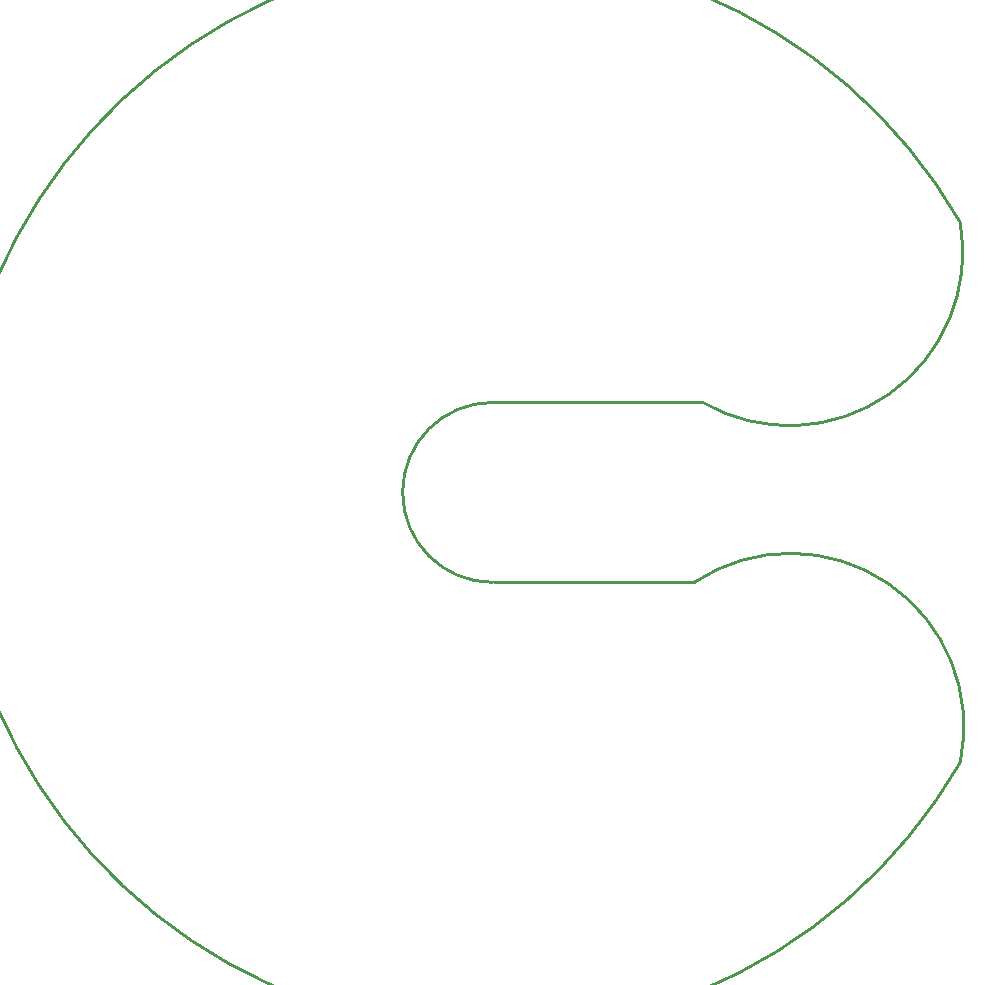
<source format=gm1>
G04*
G04 #@! TF.GenerationSoftware,Altium Limited,Altium Designer,20.2.8 (258)*
G04*
G04 Layer_Color=16711935*
%FSLAX24Y24*%
%MOIN*%
G70*
G04*
G04 #@! TF.SameCoordinates,457248F5-DA73-466C-AE77-A18651DC037B*
G04*
G04*
G04 #@! TF.FilePolarity,Positive*
G04*
G01*
G75*
%ADD10C,0.0100*%
D10*
X33638Y9050D02*
G03*
X24795Y15065I-5660J1187D01*
G01*
X25050Y21050D02*
G03*
X33638Y27050I2891J5008D01*
G01*
X18050Y21050D02*
G03*
X18050Y15050I0J-3000D01*
G01*
X33638Y27050D02*
G03*
X33638Y9050I-15588J-9000D01*
G01*
X18100Y15050D02*
X24805D01*
X18050Y21050D02*
X25050D01*
X33638Y9050D02*
G03*
X24795Y15065I-5660J1187D01*
G01*
X25050Y21050D02*
G03*
X33638Y27050I2891J5008D01*
G01*
X18050Y21050D02*
G03*
X18050Y15050I0J-3000D01*
G01*
X33638Y27050D02*
G03*
X33638Y9050I-15588J-9000D01*
G01*
X18100Y15050D02*
X24805D01*
X18050Y21050D02*
X25050D01*
M02*

</source>
